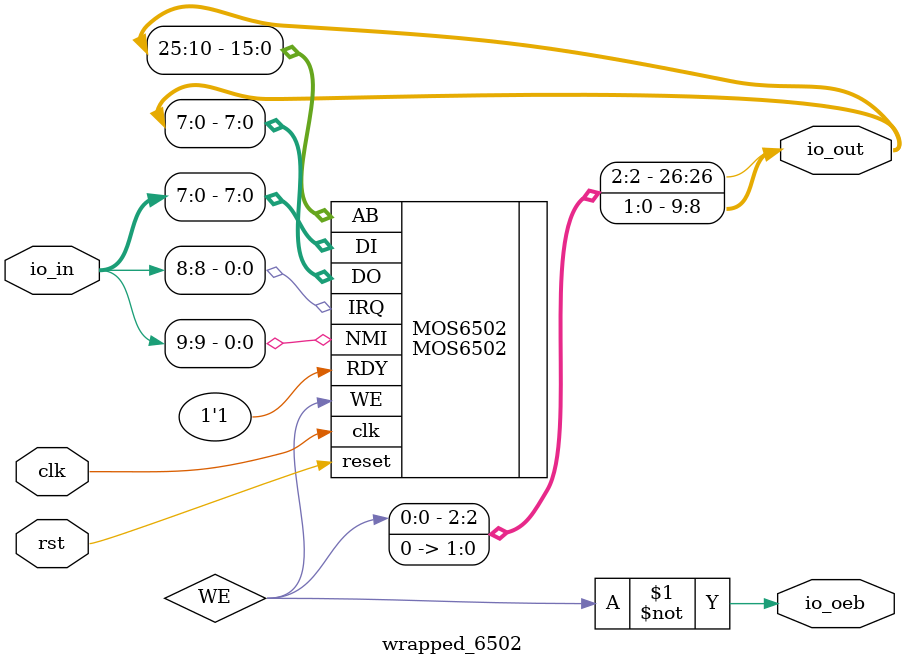
<source format=v>
`default_nettype none

module wrapped_6502(
`ifdef USE_POWER_PINS
	inout vccd1,
	inout vssd1,
`endif
	input clk,
	input rst,
	
	input [9:0] io_in,
	output [26:0] io_out,
	output io_oeb
);

wire WE;

assign io_out[26] = WE;
assign io_oeb = ~WE;
assign io_out[9:8] = 2'b00;

MOS6502 MOS6502(
	.clk(clk),
	.reset(rst),
	.DI(io_in[7:0]),
	.DO(io_out[7:0]),
	.IRQ(io_in[8]),
	.NMI(io_in[9]),
	.RDY(1'b1),
	.AB(io_out[25:10]),
	.WE(WE)
);

endmodule

</source>
